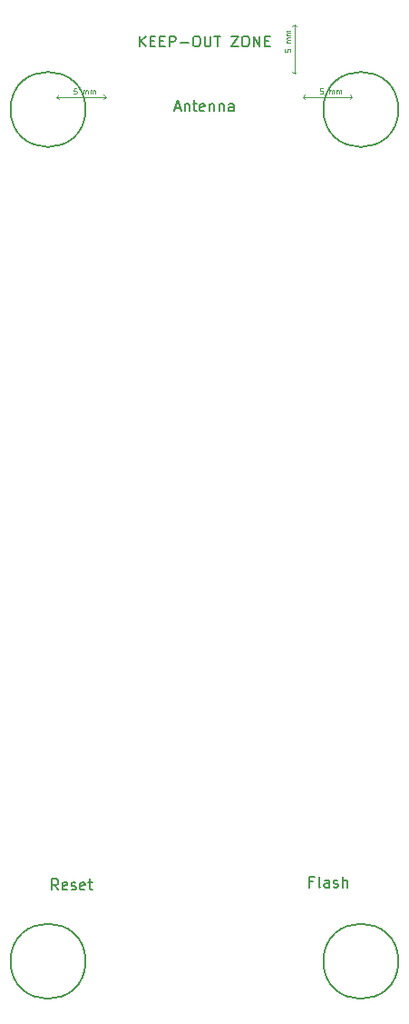
<source format=gbr>
%TF.GenerationSoftware,KiCad,Pcbnew,(6.0.1)*%
%TF.CreationDate,2022-10-31T16:46:04+01:00*%
%TF.ProjectId,ESPRocks,45535052-6f63-46b7-932e-6b696361645f,rev?*%
%TF.SameCoordinates,Original*%
%TF.FileFunction,Other,Comment*%
%FSLAX46Y46*%
G04 Gerber Fmt 4.6, Leading zero omitted, Abs format (unit mm)*
G04 Created by KiCad (PCBNEW (6.0.1)) date 2022-10-31 16:46:04*
%MOMM*%
%LPD*%
G01*
G04 APERTURE LIST*
%ADD10C,0.150000*%
%ADD11C,0.100000*%
G04 APERTURE END LIST*
D10*
%TO.C,SW1*%
X129398628Y-123956771D02*
X129065295Y-123956771D01*
X129065295Y-124480580D02*
X129065295Y-123480580D01*
X129541485Y-123480580D01*
X130065295Y-124480580D02*
X129970057Y-124432961D01*
X129922438Y-124337723D01*
X129922438Y-123480580D01*
X130874819Y-124480580D02*
X130874819Y-123956771D01*
X130827200Y-123861533D01*
X130731961Y-123813914D01*
X130541485Y-123813914D01*
X130446247Y-123861533D01*
X130874819Y-124432961D02*
X130779580Y-124480580D01*
X130541485Y-124480580D01*
X130446247Y-124432961D01*
X130398628Y-124337723D01*
X130398628Y-124242485D01*
X130446247Y-124147247D01*
X130541485Y-124099628D01*
X130779580Y-124099628D01*
X130874819Y-124052009D01*
X131303390Y-124432961D02*
X131398628Y-124480580D01*
X131589104Y-124480580D01*
X131684342Y-124432961D01*
X131731961Y-124337723D01*
X131731961Y-124290104D01*
X131684342Y-124194866D01*
X131589104Y-124147247D01*
X131446247Y-124147247D01*
X131351009Y-124099628D01*
X131303390Y-124004390D01*
X131303390Y-123956771D01*
X131351009Y-123861533D01*
X131446247Y-123813914D01*
X131589104Y-123813914D01*
X131684342Y-123861533D01*
X132160533Y-124480580D02*
X132160533Y-123480580D01*
X132589104Y-124480580D02*
X132589104Y-123956771D01*
X132541485Y-123861533D01*
X132446247Y-123813914D01*
X132303390Y-123813914D01*
X132208152Y-123861533D01*
X132160533Y-123909152D01*
D11*
%TO.C,U1*%
X107306704Y-50044990D02*
X107068609Y-50044990D01*
X107044800Y-50283085D01*
X107068609Y-50259276D01*
X107116228Y-50235466D01*
X107235276Y-50235466D01*
X107282895Y-50259276D01*
X107306704Y-50283085D01*
X107330514Y-50330704D01*
X107330514Y-50449752D01*
X107306704Y-50497371D01*
X107282895Y-50521180D01*
X107235276Y-50544990D01*
X107116228Y-50544990D01*
X107068609Y-50521180D01*
X107044800Y-50497371D01*
X107925752Y-50544990D02*
X107925752Y-50211657D01*
X107925752Y-50259276D02*
X107949561Y-50235466D01*
X107997180Y-50211657D01*
X108068609Y-50211657D01*
X108116228Y-50235466D01*
X108140038Y-50283085D01*
X108140038Y-50544990D01*
X108140038Y-50283085D02*
X108163847Y-50235466D01*
X108211466Y-50211657D01*
X108282895Y-50211657D01*
X108330514Y-50235466D01*
X108354323Y-50283085D01*
X108354323Y-50544990D01*
X108592419Y-50544990D02*
X108592419Y-50211657D01*
X108592419Y-50259276D02*
X108616228Y-50235466D01*
X108663847Y-50211657D01*
X108735276Y-50211657D01*
X108782895Y-50235466D01*
X108806704Y-50283085D01*
X108806704Y-50544990D01*
X108806704Y-50283085D02*
X108830514Y-50235466D01*
X108878133Y-50211657D01*
X108949561Y-50211657D01*
X108997180Y-50235466D01*
X109020990Y-50283085D01*
X109020990Y-50544990D01*
D10*
X116482895Y-51860466D02*
X116959085Y-51860466D01*
X116387657Y-52146180D02*
X116720990Y-51146180D01*
X117054323Y-52146180D01*
X117387657Y-51479514D02*
X117387657Y-52146180D01*
X117387657Y-51574752D02*
X117435276Y-51527133D01*
X117530514Y-51479514D01*
X117673371Y-51479514D01*
X117768609Y-51527133D01*
X117816228Y-51622371D01*
X117816228Y-52146180D01*
X118149561Y-51479514D02*
X118530514Y-51479514D01*
X118292419Y-51146180D02*
X118292419Y-52003323D01*
X118340038Y-52098561D01*
X118435276Y-52146180D01*
X118530514Y-52146180D01*
X119244800Y-52098561D02*
X119149561Y-52146180D01*
X118959085Y-52146180D01*
X118863847Y-52098561D01*
X118816228Y-52003323D01*
X118816228Y-51622371D01*
X118863847Y-51527133D01*
X118959085Y-51479514D01*
X119149561Y-51479514D01*
X119244800Y-51527133D01*
X119292419Y-51622371D01*
X119292419Y-51717609D01*
X118816228Y-51812847D01*
X119720990Y-51479514D02*
X119720990Y-52146180D01*
X119720990Y-51574752D02*
X119768609Y-51527133D01*
X119863847Y-51479514D01*
X120006704Y-51479514D01*
X120101942Y-51527133D01*
X120149561Y-51622371D01*
X120149561Y-52146180D01*
X120625752Y-51479514D02*
X120625752Y-52146180D01*
X120625752Y-51574752D02*
X120673371Y-51527133D01*
X120768609Y-51479514D01*
X120911466Y-51479514D01*
X121006704Y-51527133D01*
X121054323Y-51622371D01*
X121054323Y-52146180D01*
X121959085Y-52146180D02*
X121959085Y-51622371D01*
X121911466Y-51527133D01*
X121816228Y-51479514D01*
X121625752Y-51479514D01*
X121530514Y-51527133D01*
X121959085Y-52098561D02*
X121863847Y-52146180D01*
X121625752Y-52146180D01*
X121530514Y-52098561D01*
X121482895Y-52003323D01*
X121482895Y-51908085D01*
X121530514Y-51812847D01*
X121625752Y-51765228D01*
X121863847Y-51765228D01*
X121959085Y-51717609D01*
D11*
X130306704Y-50044990D02*
X130068609Y-50044990D01*
X130044800Y-50283085D01*
X130068609Y-50259276D01*
X130116228Y-50235466D01*
X130235276Y-50235466D01*
X130282895Y-50259276D01*
X130306704Y-50283085D01*
X130330514Y-50330704D01*
X130330514Y-50449752D01*
X130306704Y-50497371D01*
X130282895Y-50521180D01*
X130235276Y-50544990D01*
X130116228Y-50544990D01*
X130068609Y-50521180D01*
X130044800Y-50497371D01*
X130925752Y-50544990D02*
X130925752Y-50211657D01*
X130925752Y-50259276D02*
X130949561Y-50235466D01*
X130997180Y-50211657D01*
X131068609Y-50211657D01*
X131116228Y-50235466D01*
X131140038Y-50283085D01*
X131140038Y-50544990D01*
X131140038Y-50283085D02*
X131163847Y-50235466D01*
X131211466Y-50211657D01*
X131282895Y-50211657D01*
X131330514Y-50235466D01*
X131354323Y-50283085D01*
X131354323Y-50544990D01*
X131592419Y-50544990D02*
X131592419Y-50211657D01*
X131592419Y-50259276D02*
X131616228Y-50235466D01*
X131663847Y-50211657D01*
X131735276Y-50211657D01*
X131782895Y-50235466D01*
X131806704Y-50283085D01*
X131806704Y-50544990D01*
X131806704Y-50283085D02*
X131830514Y-50235466D01*
X131878133Y-50211657D01*
X131949561Y-50211657D01*
X131997180Y-50235466D01*
X132020990Y-50283085D01*
X132020990Y-50544990D01*
X126770990Y-46356895D02*
X126770990Y-46594990D01*
X127009085Y-46618800D01*
X126985276Y-46594990D01*
X126961466Y-46547371D01*
X126961466Y-46428323D01*
X126985276Y-46380704D01*
X127009085Y-46356895D01*
X127056704Y-46333085D01*
X127175752Y-46333085D01*
X127223371Y-46356895D01*
X127247180Y-46380704D01*
X127270990Y-46428323D01*
X127270990Y-46547371D01*
X127247180Y-46594990D01*
X127223371Y-46618800D01*
X127270990Y-45737847D02*
X126937657Y-45737847D01*
X126985276Y-45737847D02*
X126961466Y-45714038D01*
X126937657Y-45666419D01*
X126937657Y-45594990D01*
X126961466Y-45547371D01*
X127009085Y-45523561D01*
X127270990Y-45523561D01*
X127009085Y-45523561D02*
X126961466Y-45499752D01*
X126937657Y-45452133D01*
X126937657Y-45380704D01*
X126961466Y-45333085D01*
X127009085Y-45309276D01*
X127270990Y-45309276D01*
X127270990Y-45071180D02*
X126937657Y-45071180D01*
X126985276Y-45071180D02*
X126961466Y-45047371D01*
X126937657Y-44999752D01*
X126937657Y-44928323D01*
X126961466Y-44880704D01*
X127009085Y-44856895D01*
X127270990Y-44856895D01*
X127009085Y-44856895D02*
X126961466Y-44833085D01*
X126937657Y-44785466D01*
X126937657Y-44714038D01*
X126961466Y-44666419D01*
X127009085Y-44642609D01*
X127270990Y-44642609D01*
D10*
X113173371Y-46146180D02*
X113173371Y-45146180D01*
X113744800Y-46146180D02*
X113316228Y-45574752D01*
X113744800Y-45146180D02*
X113173371Y-45717609D01*
X114173371Y-45622371D02*
X114506704Y-45622371D01*
X114649561Y-46146180D02*
X114173371Y-46146180D01*
X114173371Y-45146180D01*
X114649561Y-45146180D01*
X115078133Y-45622371D02*
X115411466Y-45622371D01*
X115554323Y-46146180D02*
X115078133Y-46146180D01*
X115078133Y-45146180D01*
X115554323Y-45146180D01*
X115982895Y-46146180D02*
X115982895Y-45146180D01*
X116363847Y-45146180D01*
X116459085Y-45193800D01*
X116506704Y-45241419D01*
X116554323Y-45336657D01*
X116554323Y-45479514D01*
X116506704Y-45574752D01*
X116459085Y-45622371D01*
X116363847Y-45669990D01*
X115982895Y-45669990D01*
X116982895Y-45765228D02*
X117744800Y-45765228D01*
X118411466Y-45146180D02*
X118601942Y-45146180D01*
X118697180Y-45193800D01*
X118792419Y-45289038D01*
X118840038Y-45479514D01*
X118840038Y-45812847D01*
X118792419Y-46003323D01*
X118697180Y-46098561D01*
X118601942Y-46146180D01*
X118411466Y-46146180D01*
X118316228Y-46098561D01*
X118220990Y-46003323D01*
X118173371Y-45812847D01*
X118173371Y-45479514D01*
X118220990Y-45289038D01*
X118316228Y-45193800D01*
X118411466Y-45146180D01*
X119268609Y-45146180D02*
X119268609Y-45955704D01*
X119316228Y-46050942D01*
X119363847Y-46098561D01*
X119459085Y-46146180D01*
X119649561Y-46146180D01*
X119744800Y-46098561D01*
X119792419Y-46050942D01*
X119840038Y-45955704D01*
X119840038Y-45146180D01*
X120173371Y-45146180D02*
X120744800Y-45146180D01*
X120459085Y-46146180D02*
X120459085Y-45146180D01*
X121744800Y-45146180D02*
X122411466Y-45146180D01*
X121744800Y-46146180D01*
X122411466Y-46146180D01*
X122982895Y-45146180D02*
X123173371Y-45146180D01*
X123268609Y-45193800D01*
X123363847Y-45289038D01*
X123411466Y-45479514D01*
X123411466Y-45812847D01*
X123363847Y-46003323D01*
X123268609Y-46098561D01*
X123173371Y-46146180D01*
X122982895Y-46146180D01*
X122887657Y-46098561D01*
X122792419Y-46003323D01*
X122744800Y-45812847D01*
X122744800Y-45479514D01*
X122792419Y-45289038D01*
X122887657Y-45193800D01*
X122982895Y-45146180D01*
X123840038Y-46146180D02*
X123840038Y-45146180D01*
X124411466Y-46146180D01*
X124411466Y-45146180D01*
X124887657Y-45622371D02*
X125220990Y-45622371D01*
X125363847Y-46146180D02*
X124887657Y-46146180D01*
X124887657Y-45146180D01*
X125363847Y-45146180D01*
%TO.C,SW2*%
X105586104Y-124709180D02*
X105252771Y-124232990D01*
X105014676Y-124709180D02*
X105014676Y-123709180D01*
X105395628Y-123709180D01*
X105490866Y-123756800D01*
X105538485Y-123804419D01*
X105586104Y-123899657D01*
X105586104Y-124042514D01*
X105538485Y-124137752D01*
X105490866Y-124185371D01*
X105395628Y-124232990D01*
X105014676Y-124232990D01*
X106395628Y-124661561D02*
X106300390Y-124709180D01*
X106109914Y-124709180D01*
X106014676Y-124661561D01*
X105967057Y-124566323D01*
X105967057Y-124185371D01*
X106014676Y-124090133D01*
X106109914Y-124042514D01*
X106300390Y-124042514D01*
X106395628Y-124090133D01*
X106443247Y-124185371D01*
X106443247Y-124280609D01*
X105967057Y-124375847D01*
X106824200Y-124661561D02*
X106919438Y-124709180D01*
X107109914Y-124709180D01*
X107205152Y-124661561D01*
X107252771Y-124566323D01*
X107252771Y-124518704D01*
X107205152Y-124423466D01*
X107109914Y-124375847D01*
X106967057Y-124375847D01*
X106871819Y-124328228D01*
X106824200Y-124232990D01*
X106824200Y-124185371D01*
X106871819Y-124090133D01*
X106967057Y-124042514D01*
X107109914Y-124042514D01*
X107205152Y-124090133D01*
X108062295Y-124661561D02*
X107967057Y-124709180D01*
X107776580Y-124709180D01*
X107681342Y-124661561D01*
X107633723Y-124566323D01*
X107633723Y-124185371D01*
X107681342Y-124090133D01*
X107776580Y-124042514D01*
X107967057Y-124042514D01*
X108062295Y-124090133D01*
X108109914Y-124185371D01*
X108109914Y-124280609D01*
X107633723Y-124375847D01*
X108395628Y-124042514D02*
X108776580Y-124042514D01*
X108538485Y-123709180D02*
X108538485Y-124566323D01*
X108586104Y-124661561D01*
X108681342Y-124709180D01*
X108776580Y-124709180D01*
%TO.C,REF\u002A\u002A*%
X108139800Y-131368800D02*
G75*
G03*
X108139800Y-131368800I-3500000J0D01*
G01*
X137349800Y-51993800D02*
G75*
G03*
X137349800Y-51993800I-3500000J0D01*
G01*
X108139800Y-51993800D02*
G75*
G03*
X108139800Y-51993800I-3500000J0D01*
G01*
D11*
%TO.C,U1*%
X127644800Y-44093800D02*
X127444800Y-44293800D01*
X127644800Y-48693800D02*
X127644800Y-44093800D01*
X105444800Y-50818800D02*
X105644800Y-50618800D01*
X128444800Y-50818800D02*
X128644800Y-51018800D01*
X127644800Y-48693800D02*
X127444800Y-48493800D01*
X128444800Y-50818800D02*
X133044800Y-50818800D01*
X128444800Y-50818800D02*
X128644800Y-50618800D01*
X133044800Y-50818800D02*
X132844800Y-50618800D01*
X110044800Y-50818800D02*
X109844800Y-50618800D01*
X127644800Y-44093800D02*
X127844800Y-44293800D01*
X105444800Y-50818800D02*
X110044800Y-50818800D01*
X105444800Y-50818800D02*
X105644800Y-51018800D01*
X127644800Y-48693800D02*
X127844800Y-48493800D01*
X110044800Y-50818800D02*
X109844800Y-51018800D01*
X133044800Y-50818800D02*
X132844800Y-51018800D01*
D10*
%TO.C,REF\u002A\u002A*%
X137349800Y-131368800D02*
G75*
G03*
X137349800Y-131368800I-3500000J0D01*
G01*
%TD*%
M02*

</source>
